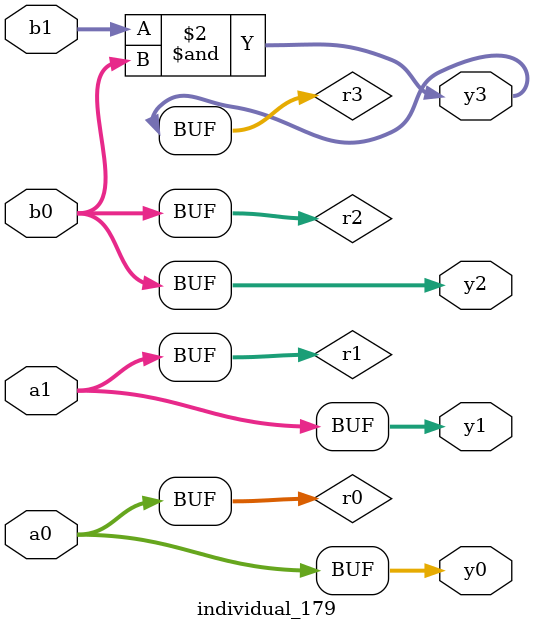
<source format=sv>
module individual_179(input logic [15:0] a1, input logic [15:0] a0, input logic [15:0] b1, input logic [15:0] b0, output logic [15:0] y3, output logic [15:0] y2, output logic [15:0] y1, output logic [15:0] y0);
logic [15:0] r0, r1, r2, r3; 
 always@(*) begin 
	 r0 = a0; r1 = a1; r2 = b0; r3 = b1; 
 	 r3  &=  b0 ;
 	 y3 = r3; y2 = r2; y1 = r1; y0 = r0; 
end
endmodule
</source>
